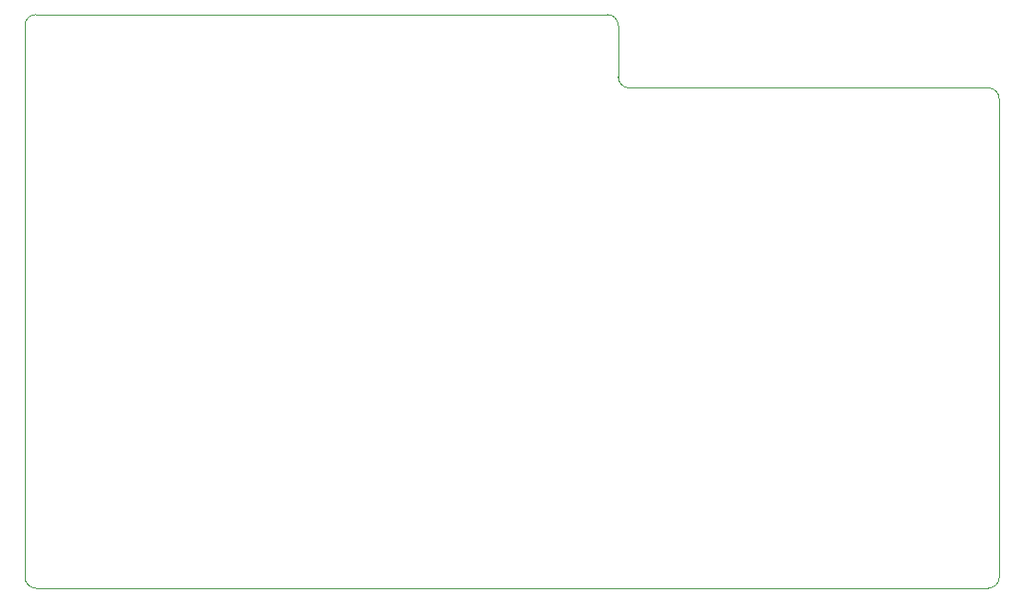
<source format=gbr>
%TF.GenerationSoftware,KiCad,Pcbnew,8.0.7*%
%TF.CreationDate,2024-12-27T11:50:54+11:00*%
%TF.ProjectId,ESP32 sensor board,45535033-3220-4736-956e-736f7220626f,rev?*%
%TF.SameCoordinates,Original*%
%TF.FileFunction,Profile,NP*%
%FSLAX46Y46*%
G04 Gerber Fmt 4.6, Leading zero omitted, Abs format (unit mm)*
G04 Created by KiCad (PCBNEW 8.0.7) date 2024-12-27 11:50:54*
%MOMM*%
%LPD*%
G01*
G04 APERTURE LIST*
%TA.AperFunction,Profile*%
%ADD10C,0.100000*%
%TD*%
G04 APERTURE END LIST*
D10*
X166000000Y-79000000D02*
G75*
G02*
X164999988Y-77985000I15100J1015000D01*
G01*
X200000000Y-124000000D02*
X200000000Y-80000000D01*
X165000000Y-77985000D02*
X164992893Y-73250000D01*
X200000000Y-124000000D02*
G75*
G02*
X199000000Y-125000000I-1000000J0D01*
G01*
X199000000Y-79000000D02*
G75*
G02*
X200000000Y-80000000I0J-1000000D01*
G01*
X110500000Y-73250000D02*
G75*
G02*
X111500000Y-72250000I1000000J0D01*
G01*
X111500000Y-125000000D02*
X199000000Y-125000000D01*
X110500000Y-73250000D02*
X110500000Y-124000000D01*
X111500000Y-125000000D02*
G75*
G02*
X110500000Y-124000000I0J1000000D01*
G01*
X163992893Y-72250000D02*
G75*
G02*
X164992900Y-73250000I7J-1000000D01*
G01*
X163992893Y-72250000D02*
X111500000Y-72250000D01*
X166000000Y-79000000D02*
X199000000Y-79000000D01*
M02*

</source>
